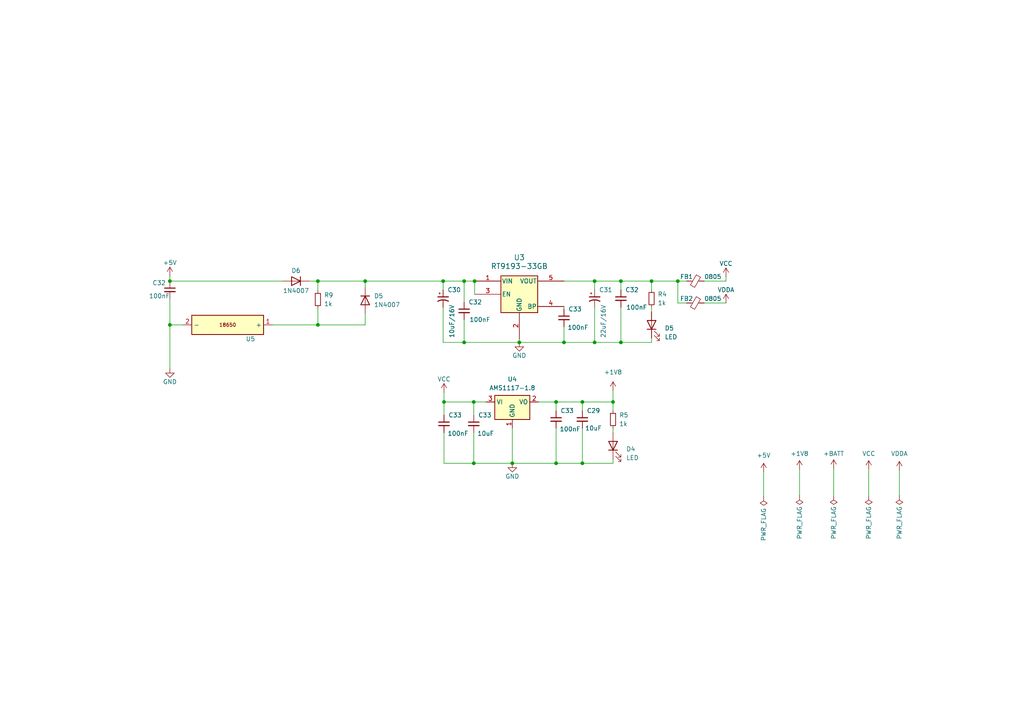
<source format=kicad_sch>
(kicad_sch (version 20230121) (generator eeschema)
  (paper "A4")
  (lib_symbols
    (symbol "BATT_CELL:BATT_HOLDER"
      (property "Reference" "U5" (at -6.604 4.064 0))
      (symbol "BATT_HOLDER_0_1"
        (rectangle (start -10.414 2.794) (end 10.414 -2.794) (stroke (width 0.254)) (fill (type background)))
      )
      (symbol "BATT_HOLDER_1_1"
        (text "18650" (at 0 0 0) (effects (font (size 1.016 1.016))))
        (pin input line (at -12.954 0 0) (length 2.54) (name "+") (number "1"))
        (pin input line (at 12.954 0 180) (length 2.54) (name "-") (number "2"))
      )
    )
    (symbol "Device:C_Polarized_Small_US" (pin_numbers hide) (pin_names (offset 0.254) hide)
      (property "Reference" "C" (at 0.254 1.778 0))
      (property "Value" "C_Polarized_Small_US" (at 0.254 -2.032 0))
      (symbol "C_Polarized_Small_US_0_1"
        (polyline (pts (xy -1.524 0.508) (xy 1.524 0.508)) (stroke (width 0.3048)))
        (polyline (pts (xy -1.27 1.524) (xy -0.762 1.524)))
        (polyline (pts (xy -1.016 1.27) (xy -1.016 1.778)))
        (arc (start 1.524 -0.762) (mid 0 -0.3734) (end -1.524 -0.762) (stroke (width 0.3048)))
      )
      (symbol "C_Polarized_Small_US_1_1"
        (pin passive line (at 0 2.54 270) (length 2.032) (name "~") (number "1"))
        (pin passive line (at 0 -2.54 90) (length 2.032) (name "~") (number "2"))
      )
    )
    (symbol "Device:C_Small" (pin_numbers hide) (pin_names (offset 0.254) hide)
      (property "Reference" "C" (at 0.254 1.778 0))
      (property "Value" "C_Small" (at 0.254 -2.032 0))
      (symbol "C_Small_0_1"
        (polyline (pts (xy -1.524 -0.508) (xy 1.524 -0.508)) (stroke (width 0.3302)))
        (polyline (pts (xy -1.524 0.508) (xy 1.524 0.508)) (stroke (width 0.3048)))
      )
      (symbol "C_Small_1_1"
        (pin passive line (at 0 2.54 270) (length 2.032) (name "~") (number "1"))
        (pin passive line (at 0 -2.54 90) (length 2.032) (name "~") (number "2"))
      )
    )
    (symbol "Device:FerriteBead_Small" (pin_numbers hide) (pin_names (offset 0))
      (property "Reference" "FB" (at 1.905 1.27 0))
      (property "Value" "FerriteBead_Small" (at 1.905 -1.27 0))
      (symbol "FerriteBead_Small_0_1"
        (polyline (pts (xy 0 -1.27) (xy 0 -0.7874)))
        (polyline (pts (xy 0 0.889) (xy 0 1.2954)))
        (polyline (pts (xy -1.8288 0.2794) (xy -1.1176 1.4986) (xy 1.8288 -0.2032) (xy 1.1176 -1.4224) (xy -1.8288 0.2794)))
      )
      (symbol "FerriteBead_Small_1_1"
        (pin passive line (at 0 2.54 270) (length 1.27) (name "~") (number "1"))
        (pin passive line (at 0 -2.54 90) (length 1.27) (name "~") (number "2"))
      )
    )
    (symbol "Device:LED" (pin_numbers hide) (pin_names (offset 1.016) hide)
      (property "Reference" "D" (at 0 2.54 0))
      (property "Value" "LED" (at 0 -2.54 0))
      (symbol "LED_0_1"
        (polyline (pts (xy -1.27 -1.27) (xy -1.27 1.27)) (stroke (width 0.254)))
        (polyline (pts (xy -1.27 0) (xy 1.27 0)))
        (polyline (pts (xy 1.27 -1.27) (xy 1.27 1.27) (xy -1.27 0) (xy 1.27 -1.27)) (stroke (width 0.254)))
        (polyline (pts (xy -3.048 -0.762) (xy -4.572 -2.286) (xy -3.81 -2.286) (xy -4.572 -2.286) (xy -4.572 -1.524)))
        (polyline (pts (xy -1.778 -0.762) (xy -3.302 -2.286) (xy -2.54 -2.286) (xy -3.302 -2.286) (xy -3.302 -1.524)))
      )
      (symbol "LED_1_1"
        (pin passive line (at -3.81 0 0) (length 2.54) (name "K") (number "1"))
        (pin passive line (at 3.81 0 180) (length 2.54) (name "A") (number "2"))
      )
    )
    (symbol "Device:R_Small" (pin_numbers hide) (pin_names (offset 0.254) hide)
      (property "Reference" "R" (at 0.762 0.508 0))
      (property "Value" "R_Small" (at 0.762 -1.016 0))
      (symbol "R_Small_0_1"
        (rectangle (start -0.762 1.778) (end 0.762 -1.778) (stroke (width 0.2032)))
      )
      (symbol "R_Small_1_1"
        (pin passive line (at 0 2.54 270) (length 0.762) (name "~") (number "1"))
        (pin passive line (at 0 -2.54 90) (length 0.762) (name "~") (number "2"))
      )
    )
    (symbol "Diode:1N4007" (pin_numbers hide) (pin_names hide)
      (property "Reference" "D" (at 0 2.54 0))
      (property "Value" "1N4007" (at 0 -2.54 0))
      (symbol "1N4007_0_1"
        (polyline (pts (xy -1.27 1.27) (xy -1.27 -1.27)) (stroke (width 0.254)))
        (polyline (pts (xy 1.27 0) (xy -1.27 0)))
        (polyline (pts (xy 1.27 1.27) (xy 1.27 -1.27) (xy -1.27 0) (xy 1.27 1.27)) (stroke (width 0.254)))
      )
      (symbol "1N4007_1_1"
        (pin passive line (at -3.81 0 0) (length 2.54) (name "K") (number "1"))
        (pin passive line (at 3.81 0 180) (length 2.54) (name "A") (number "2"))
      )
    )
    (symbol "RT9193:RT9193-33GB" (pin_names (offset 0.254))
      (property "Reference" "U" (at 0 11.684 0))
      (property "Value" "RT9193-33GB" (at 0 9.144 0))
      (symbol "RT9193-33GB_0_1"
        (pin unspecified line (at -12.954 0 0) (length 7.62) (name "EN") (number "3"))
        (pin unspecified line (at 12.954 -3.556 180) (length 7.62) (name "BP") (number "4"))
      )
      (symbol "RT9193-33GB_1_1"
        (rectangle (start -5.334 5.334) (end 5.334 -5.334) (stroke (width 0.254)) (fill (type background)))
        (pin passive line (at -12.954 3.81 0) (length 7.62) (name "VIN") (number "1"))
        (pin passive line (at 0 -12.954 90) (length 7.62) (name "GND") (number "2"))
        (pin passive line (at 12.954 3.81 180) (length 7.62) (name "VOUT") (number "5"))
      )
    )
    (symbol "Regulator_Linear:AMS1117-1.8"
      (property "Reference" "U4" (at 0 6.604 0))
      (property "Value" "AMS1117-1.8" (at 0 4.064 0))
      (symbol "AMS1117-1.8_0_1"
        (rectangle (start -5.08 1.905) (end 5.08 -5.08) (stroke (width 0.254)) (fill (type background)))
      )
      (symbol "AMS1117-1.8_1_1"
        (pin passive line (at 0 -7.62 90) (length 2.54) (name "GND") (number "1"))
        (pin passive line (at 7.62 0 180) (length 2.54) (name "VO") (number "2"))
        (pin passive line (at -7.62 0 0) (length 2.54) (name "VI") (number "3"))
      )
    )
    (symbol "power:+1V8" (power) (pin_names (offset 0))
      (property "Value" "+1V8" (at 0 3.556 0))
      (symbol "+1V8_0_1"
        (polyline (pts (xy -0.762 1.27) (xy 0 2.54)))
        (polyline (pts (xy 0 0) (xy 0 2.54)))
        (polyline (pts (xy 0 2.54) (xy 0.762 1.27)))
      )
      (symbol "+1V8_1_1"
        (pin power_in line (at 0 0 90) (length 0) hide (name "+1V8") (number "1"))
      )
    )
    (symbol "power:+5V" (power) (pin_names (offset 0))
      (property "Value" "+5V" (at 0 3.556 0))
      (symbol "+5V_0_1"
        (polyline (pts (xy -0.762 1.27) (xy 0 2.54)))
        (polyline (pts (xy 0 0) (xy 0 2.54)))
        (polyline (pts (xy 0 2.54) (xy 0.762 1.27)))
      )
      (symbol "+5V_1_1"
        (pin power_in line (at 0 0 90) (length 0) hide (name "+5V") (number "1"))
      )
    )
    (symbol "power:+BATT" (power) (pin_names (offset 0))
      (property "Value" "+BATT" (at 0 3.556 0))
      (symbol "+BATT_0_1"
        (polyline (pts (xy -0.762 1.27) (xy 0 2.54)))
        (polyline (pts (xy 0 0) (xy 0 2.54)))
        (polyline (pts (xy 0 2.54) (xy 0.762 1.27)))
      )
      (symbol "+BATT_1_1"
        (pin power_in line (at 0 0 90) (length 0) hide (name "+BATT") (number "1"))
      )
    )
    (symbol "power:GND" (power) (pin_names (offset 0))
      (property "Value" "GND" (at 0 -3.81 0))
      (symbol "GND_0_1"
        (polyline (pts (xy 0 0) (xy 0 -1.27) (xy 1.27 -1.27) (xy 0 -2.54) (xy -1.27 -1.27) (xy 0 -1.27)))
      )
      (symbol "GND_1_1"
        (pin power_in line (at 0 0 270) (length 0) hide (name "GND") (number "1"))
      )
    )
    (symbol "power:PWR_FLAG" (power) (pin_numbers hide) (pin_names (offset 0) hide)
      (property "Value" "PWR_FLAG" (at 0 3.81 0))
      (symbol "PWR_FLAG_0_0"
        (pin power_out line (at 0 0 90) (length 0) (name "pwr") (number "1"))
      )
      (symbol "PWR_FLAG_0_1"
        (polyline (pts (xy 0 0) (xy 0 1.27) (xy -1.016 1.905) (xy 0 2.54) (xy 1.016 1.905) (xy 0 1.27)))
      )
    )
    (symbol "power:VCC" (power) (pin_names (offset 0))
      (property "Value" "VCC" (at 0 3.81 0))
      (symbol "VCC_0_1"
        (polyline (pts (xy -0.762 1.27) (xy 0 2.54)))
        (polyline (pts (xy 0 0) (xy 0 2.54)))
        (polyline (pts (xy 0 2.54) (xy 0.762 1.27)))
      )
      (symbol "VCC_1_1"
        (pin power_in line (at 0 0 90) (length 0) hide (name "VCC") (number "1"))
      )
    )
    (symbol "power:VDDA" (power) (pin_names (offset 0))
      (property "Value" "VDDA" (at 0 3.81 0))
      (symbol "VDDA_0_1"
        (polyline (pts (xy -0.762 1.27) (xy 0 2.54)))
        (polyline (pts (xy 0 0) (xy 0 2.54)))
        (polyline (pts (xy 0 2.54) (xy 0.762 1.27)))
      )
      (symbol "VDDA_1_1"
        (pin power_in line (at 0 0 90) (length 0) hide (name "VDDA") (number "1"))
      )
    )
  )
  (junction (at 161.29 134.366))
  (junction (at 49.276 81.534))
  (junction (at 137.414 134.366))
  (junction (at 105.918 81.534))
  (junction (at 180.086 81.534))
  (junction (at 92.202 81.534))
  (junction (at 134.62 81.534))
  (junction (at 188.976 81.534))
  (junction (at 161.29 116.586))
  (junction (at 137.414 116.586))
  (junction (at 180.086 99.314))
  (junction (at 163.576 99.314))
  (junction (at 128.524 81.534))
  (junction (at 196.596 81.534))
  (junction (at 128.778 116.586))
  (junction (at 172.466 99.314))
  (junction (at 150.622 99.314))
  (junction (at 92.202 94.234))
  (junction (at 49.276 94.234))
  (junction (at 148.59 134.366))
  (junction (at 137.668 81.534))
  (junction (at 177.8 116.586))
  (junction (at 168.91 134.366))
  (junction (at 168.91 116.586))
  (junction (at 172.466 81.534))
  (junction (at 134.62 99.314))
  (wire (pts (xy 177.8 124.206) (xy 177.8 125.476)))
  (wire (pts (xy 163.576 99.314) (xy 172.466 99.314)))
  (wire (pts (xy 163.576 94.742) (xy 163.576 99.314)))
  (wire (pts (xy 177.8 113.284) (xy 177.8 116.586)))
  (wire (pts (xy 128.778 113.792) (xy 128.778 116.586)))
  (wire (pts (xy 134.62 99.314) (xy 128.524 99.314)))
  (wire (pts (xy 49.276 94.234) (xy 53.086 94.234)))
  (wire (pts (xy 128.524 81.534) (xy 134.62 81.534)))
  (wire (pts (xy 196.596 87.884) (xy 196.596 81.534)))
  (wire (pts (xy 177.8 133.096) (xy 177.8 134.366)))
  (wire (pts (xy 92.202 89.408) (xy 92.202 94.234)))
  (wire (pts (xy 105.918 83.312) (xy 105.918 81.534)))
  (wire (pts (xy 188.976 81.534) (xy 180.086 81.534)))
  (wire (pts (xy 161.29 124.206) (xy 161.29 134.366)))
  (wire (pts (xy 241.808 135.89) (xy 241.808 143.764)))
  (wire (pts (xy 260.858 136.398) (xy 260.858 143.764)))
  (wire (pts (xy 199.136 87.884) (xy 196.596 87.884)))
  (wire (pts (xy 137.414 116.586) (xy 137.414 120.396)))
  (wire (pts (xy 172.466 84.074) (xy 172.466 81.534)))
  (wire (pts (xy 148.59 124.206) (xy 148.59 134.366)))
  (wire (pts (xy 168.91 116.586) (xy 168.91 119.126)))
  (wire (pts (xy 177.8 134.366) (xy 168.91 134.366)))
  (wire (pts (xy 134.62 81.534) (xy 137.668 81.534)))
  (wire (pts (xy 105.918 81.534) (xy 128.524 81.534)))
  (wire (pts (xy 137.414 134.366) (xy 128.778 134.366)))
  (wire (pts (xy 204.216 81.534) (xy 210.566 81.534)))
  (wire (pts (xy 168.91 124.206) (xy 168.91 134.366)))
  (wire (pts (xy 180.086 89.154) (xy 180.086 99.314)))
  (wire (pts (xy 156.21 116.586) (xy 161.29 116.586)))
  (wire (pts (xy 105.918 94.234) (xy 105.918 90.932)))
  (wire (pts (xy 161.29 134.366) (xy 148.59 134.366)))
  (wire (pts (xy 221.488 136.906) (xy 221.488 144.018)))
  (wire (pts (xy 161.29 116.586) (xy 168.91 116.586)))
  (wire (pts (xy 251.968 136.144) (xy 251.968 143.764)))
  (wire (pts (xy 137.668 81.534) (xy 137.668 85.344)))
  (wire (pts (xy 49.276 80.01) (xy 49.276 81.534)))
  (wire (pts (xy 161.29 116.586) (xy 161.29 119.126)))
  (wire (pts (xy 177.8 116.586) (xy 168.91 116.586)))
  (wire (pts (xy 92.202 81.534) (xy 92.202 84.328)))
  (wire (pts (xy 92.202 94.234) (xy 105.918 94.234)))
  (wire (pts (xy 128.778 116.586) (xy 137.414 116.586)))
  (wire (pts (xy 231.902 136.144) (xy 231.902 143.764)))
  (wire (pts (xy 188.976 81.534) (xy 196.596 81.534)))
  (wire (pts (xy 177.8 116.586) (xy 177.8 119.126)))
  (wire (pts (xy 188.976 99.314) (xy 180.086 99.314)))
  (wire (pts (xy 188.976 89.154) (xy 188.976 90.424)))
  (wire (pts (xy 134.62 99.314) (xy 150.622 99.314)))
  (wire (pts (xy 134.62 92.71) (xy 134.62 99.314)))
  (wire (pts (xy 148.59 134.366) (xy 137.414 134.366)))
  (wire (pts (xy 172.466 81.534) (xy 180.086 81.534)))
  (wire (pts (xy 210.566 81.534) (xy 210.566 80.264)))
  (wire (pts (xy 163.576 81.534) (xy 172.466 81.534)))
  (wire (pts (xy 134.62 81.534) (xy 134.62 87.63)))
  (wire (pts (xy 188.976 98.044) (xy 188.976 99.314)))
  (wire (pts (xy 150.622 98.298) (xy 150.622 99.314)))
  (wire (pts (xy 78.994 94.234) (xy 92.202 94.234)))
  (wire (pts (xy 49.276 86.614) (xy 49.276 94.234)))
  (wire (pts (xy 49.276 81.534) (xy 82.042 81.534)))
  (wire (pts (xy 137.414 125.476) (xy 137.414 134.366)))
  (wire (pts (xy 204.216 87.884) (xy 210.566 87.884)))
  (wire (pts (xy 172.466 89.154) (xy 172.466 99.314)))
  (wire (pts (xy 128.778 116.586) (xy 128.778 120.396)))
  (wire (pts (xy 128.524 99.314) (xy 128.524 89.154)))
  (wire (pts (xy 163.576 89.662) (xy 163.576 88.9)))
  (wire (pts (xy 128.524 84.074) (xy 128.524 81.534)))
  (wire (pts (xy 168.91 134.366) (xy 161.29 134.366)))
  (wire (pts (xy 105.918 81.534) (xy 92.202 81.534)))
  (wire (pts (xy 89.662 81.534) (xy 92.202 81.534)))
  (wire (pts (xy 128.778 134.366) (xy 128.778 125.476)))
  (wire (pts (xy 49.276 94.234) (xy 49.276 106.934)))
  (wire (pts (xy 150.622 99.314) (xy 163.576 99.314)))
  (wire (pts (xy 196.596 81.534) (xy 199.136 81.534)))
  (wire (pts (xy 137.414 116.586) (xy 140.97 116.586)))
  (wire (pts (xy 180.086 84.074) (xy 180.086 81.534)))
  (wire (pts (xy 180.086 99.314) (xy 172.466 99.314)))
  (wire (pts (xy 188.976 81.534) (xy 188.976 84.074)))
  (symbol (lib_id "power:+5V") (at 49.276 80.01 0) (unit 1)
    (property "Reference" "#PWR036" (effects hide))
    (property "Value" "+5V" (at 49.276 76.2 0))
    (instances (project "test-kit" (path "" (reference "#PWR036") (unit 1))) (project "project233" (path "" (reference "#PWR015") (unit 1))) (project "Project232" (path "" (reference "#PWR01") (unit 1))))
  )
  (symbol (lib_id "power:PWR_FLAG") (at 221.488 144.018 180) (unit 1)
    (property "Reference" "#FLG01" (effects hide))
    (property "Value" "PWR_FLAG" (at 221.488 152.146 90))
    (instances (project "Power.kicad_sch" (path "" (reference "#FLG01") (unit 1))) (project "project233" (path "" (reference "#FLG06") (unit 1))) (project "Project232" (path "" (reference "#FLG01") (unit 1))))
  )
  (symbol (lib_id "power:+BATT") (at 241.808 135.89 0) (unit 1)
    (property "Reference" "#PWR051" (effects hide))
    (property "Value" "+BATT" (at 241.808 131.572 0))
    (instances (project "Power.kicad_sch" (path "" (reference "#PWR051") (unit 1))) (project "project233" (path "" (reference "#PWR039") (unit 1))) (project "Project232" (path "" (reference "#PWR051") (unit 1))))
  )
  (symbol (lib_id "power:PWR_FLAG") (at 251.968 143.764 180) (unit 1)
    (property "Reference" "#FLG04" (effects hide))
    (property "Value" "PWR_FLAG" (at 251.968 151.638 90))
  )
  (symbol (lib_id "power:+1V8") (at 177.8 113.284 0) (unit 1)
    (property "Reference" "#PWR021" (effects hide))
    (property "Value" "+1V8" (at 177.8 107.95 0))
  )
  (symbol (lib_id "BATT_CELL:BATT_HOLDER") (at 66.04 94.234 180) (unit 1)
    (property "Reference" "U5" (at 72.644 98.298 0))
    (property "Value" "Batt_Holder" (effects hide))
    (property "Footprint" "18650_Holder_SMD:Holder_18650_SMD" (effects hide))
  )
  (symbol (lib_id "Device:C_Small") (at 137.414 122.936 0) (unit 1)
    (property "Reference" "C33" (at 138.684 120.396 0) (effects (justify left)))
    (property "Value" "10uF" (at 138.43 125.73 0) (effects (justify left)))
    (property "Footprint" "Capacitor_SMD:C_0805_2012Metric" (effects hide))
    (instances (project "test-kit" (path "" (reference "C33") (unit 1))) (project "project233" (path "" (reference "C27") (unit 1))) (project "Project232" (path "" (reference "C13") (unit 1))))
  )
  (symbol (lib_id "Device:C_Small") (at 168.91 121.666 0) (unit 1)
    (property "Reference" "C29" (at 170.18 119.126 0) (effects (justify left)))
    (property "Value" "10uF" (at 169.672 124.206 0) (effects (justify left)))
    (property "Footprint" "Capacitor_SMD:C_0805_2012Metric" (effects hide))
    (instances (project "test-kit" (path "" (reference "C29") (unit 1))) (project "power-supply" (path "" (reference "C29") (unit 1))) (project "project233" (path "" (reference "C18") (unit 1))) (project "Project232" (path "" (reference "C29") (unit 1))))
  )
  (symbol (lib_id "power:VDDA") (at 210.566 87.884 0) (unit 1)
    (property "Reference" "#PWR072" (effects hide))
    (property "Value" "VDDA" (at 210.566 84.074 0))
    (instances (project "test-kit" (path "" (reference "#PWR072") (unit 1)) (path "" (reference "#PWR093") (unit 1))) (project "project233" (path "" (reference "#PWR018") (unit 1))) (project "Project232" (path "" (reference "#PWR046") (unit 1))))
  )
  (symbol (lib_id "Device:C_Small") (at 128.778 122.936 0) (unit 1)
    (property "Reference" "C33" (at 130.048 120.396 0) (effects (justify left)))
    (property "Value" "100nF" (at 129.794 125.73 0) (effects (justify left)))
    (property "Footprint" "Capacitor_SMD:C_0805_2012Metric" (effects hide))
    (instances (project "test-kit" (path "" (reference "C33") (unit 1))) (project "project233" (path "" (reference "C16") (unit 1))) (project "Project232" (path "" (reference "C13") (unit 1))))
  )
  (symbol (lib_id "Device:C_Small") (at 180.086 86.614 0) (unit 1)
    (property "Reference" "C32" (at 181.356 84.074 0) (effects (justify left)))
    (property "Value" "100nF" (at 181.61 89.154 0) (effects (justify left)))
    (property "Footprint" "Capacitor_SMD:C_0805_2012Metric" (effects hide))
    (instances (project "test-kit" (path "" (reference "C32") (unit 1))) (project "project233" (path "" (reference "C15") (unit 1))) (project "Project232" (path "" (reference "C15") (unit 1))))
  )
  (symbol (lib_id "power:VCC") (at 210.566 80.264 0) (unit 1)
    (property "Reference" "#PWR037" (effects hide))
    (property "Value" "VCC" (at 210.566 76.454 0))
    (instances (project "test-kit" (path "" (reference "#PWR037") (unit 1))) (project "project233" (path "" (reference "#PWR017") (unit 1))) (project "Project232" (path "" (reference "#PWR08") (unit 1))))
  )
  (symbol (lib_id "Diode:1N4007") (at 105.918 87.122 270) (unit 1)
    (property "Reference" "D5" (at 108.458 85.852 90) (effects (justify left)))
    (property "Value" "1N4007" (at 108.458 88.392 90) (effects (justify left)))
    (property "Footprint" "Diode_SMD:D_SOD-123F" (effects hide))
    (property "Datasheet" "http://www.vishay.com/docs/88503/1n4001.pdf" (effects hide))
    (property "Sim.Device" "D" (effects hide))
    (property "Sim.Pins" "1=K 2=A" (effects hide))
  )
  (symbol (lib_id "Diode:1N4007") (at 85.852 81.534 180) (unit 1)
    (property "Reference" "D6" (at 85.852 78.486 0))
    (property "Value" "1N4007" (at 85.852 84.328 0))
    (property "Footprint" "Diode_SMD:D_SOD-123F" (effects hide))
    (property "Datasheet" "http://www.vishay.com/docs/88503/1n4001.pdf" (effects hide))
    (property "Sim.Device" "D" (effects hide))
    (property "Sim.Pins" "1=K 2=A" (effects hide))
  )
  (symbol (lib_id "power:PWR_FLAG") (at 241.808 143.764 180) (unit 1)
    (property "Reference" "#FLG03" (effects hide))
    (property "Value" "PWR_FLAG" (at 241.808 151.638 90))
  )
  (symbol (lib_id "power:GND") (at 150.622 99.314 0) (unit 1)
    (property "Reference" "#PWR039" (effects hide))
    (property "Value" "GND" (at 150.622 103.124 0))
    (instances (project "test-kit" (path "" (reference "#PWR039") (unit 1))) (project "project233" (path "" (reference "#PWR016") (unit 1))) (project "Project232" (path "" (reference "#PWR07") (unit 1))))
  )
  (symbol (lib_id "RT9193:RT9193-33GB") (at 150.622 85.344 0) (unit 1)
    (property "Reference" "U3" (at 150.622 74.676 0) (effects (font (size 1.524 1.524))))
    (property "Value" "RT9193-33GB" (at 150.622 77.216 0) (effects (font (size 1.524 1.524))))
    (property "Footprint" "Package_TO_SOT_SMD:SOT-23-5" (effects hide))
    (property "Datasheet" "RT9193-33GB" (effects hide))
  )
  (symbol (lib_id "Device:LED") (at 177.8 129.286 90) (unit 1)
    (property "Reference" "D4" (at 181.61 130.2385 90) (effects (justify right)))
    (property "Value" "LED" (at 181.61 132.7785 90) (effects (justify right)))
    (property "Footprint" "LED_SMD:LED_0805_2012Metric" (effects hide))
  )
  (symbol (lib_id "Device:FerriteBead_Small") (at 201.676 81.534 270) (unit 1)
    (property "Reference" "FB1" (at 199.136 80.264 90))
    (property "Value" "0805" (at 206.756 80.264 90))
    (property "Footprint" "Capacitor_SMD:C_0805_2012Metric" (effects hide))
  )
  (symbol (lib_id "power:GND") (at 148.59 134.366 0) (unit 1)
    (property "Reference" "#PWR038" (effects hide))
    (property "Value" "GND" (at 148.59 138.176 0))
    (instances (project "test-kit" (path "" (reference "#PWR038") (unit 1))) (project "power-supply" (path "" (reference "#PWR038") (unit 1))) (project "project233" (path "" (reference "#PWR020") (unit 1))) (project "Project232" (path "" (reference "#PWR042") (unit 1))))
  )
  (symbol (lib_id "power:+1V8") (at 231.902 136.144 0) (unit 1)
    (property "Reference" "#PWR038" (effects hide))
    (property "Value" "+1V8" (at 231.902 131.572 0))
  )
  (symbol (lib_id "Device:C_Small") (at 161.29 121.666 0) (unit 1)
    (property "Reference" "C33" (at 162.56 119.126 0) (effects (justify left)))
    (property "Value" "100nF" (at 162.306 124.46 0) (effects (justify left)))
    (property "Footprint" "Capacitor_SMD:C_0805_2012Metric" (effects hide))
    (instances (project "test-kit" (path "" (reference "C33") (unit 1))) (project "project233" (path "" (reference "C17") (unit 1))) (project "Project232" (path "" (reference "C13") (unit 1))))
  )
  (symbol (lib_id "Device:C_Small") (at 163.576 92.202 0) (unit 1)
    (property "Reference" "C33" (at 164.846 89.662 0) (effects (justify left)))
    (property "Value" "100nF" (at 164.592 94.996 0) (effects (justify left)))
    (property "Footprint" "Capacitor_SMD:C_0805_2012Metric" (effects hide))
    (instances (project "test-kit" (path "" (reference "C33") (unit 1))) (project "project233" (path "" (reference "C13") (unit 1))) (project "Project232" (path "" (reference "C13") (unit 1))))
  )
  (symbol (lib_id "Regulator_Linear:AMS1117-1.8") (at 148.59 116.586 0) (unit 1)
    (property "Reference" "U4" (at 148.59 109.982 0))
    (property "Value" "AMS1117-1.8" (at 148.59 112.522 0))
    (property "Footprint" "Package_TO_SOT_SMD:SOT-223-3_TabPin2" (effects hide))
    (property "Datasheet" "http://www.advanced-monolithic.com/pdf/ds1117.pdf" (effects hide))
  )
  (symbol (lib_id "Device:LED") (at 188.976 94.234 90) (unit 1)
    (property "Reference" "D5" (at 192.786 95.1865 90) (effects (justify right)))
    (property "Value" "LED" (at 192.786 97.7265 90) (effects (justify right)))
    (property "Footprint" "LED_SMD:LED_0805_2012Metric" (effects hide))
    (instances (project "test-kit" (path "" (reference "D5") (unit 1))) (project "project233" (path "" (reference "D3") (unit 1))) (project "Project232" (path "" (reference "D5") (unit 1))))
  )
  (symbol (lib_id "Device:C_Small") (at 134.62 90.17 0) (unit 1)
    (property "Reference" "C32" (at 135.89 87.63 0) (effects (justify left)))
    (property "Value" "100nF" (at 136.144 92.71 0) (effects (justify left)))
    (property "Footprint" "Capacitor_SMD:C_0805_2012Metric" (effects hide))
    (instances (project "test-kit" (path "" (reference "C32") (unit 1))) (project "project233" (path "" (reference "C28") (unit 1))) (project "Project232" (path "" (reference "C15") (unit 1))))
  )
  (symbol (lib_id "Device:R_Small") (at 92.202 86.868 0) (unit 1)
    (property "Reference" "R9" (at 93.98 85.598 0) (effects (justify left)))
    (property "Value" "1k" (at 93.98 88.138 0) (effects (justify left)))
    (property "Footprint" "Resistor_SMD:R_0603_1608Metric" (effects hide))
    (instances (project "project233" (path "" (reference "R9") (unit 1))) (project "Project232" (path "" (reference "R7") (unit 1)) (path "" (reference "R16") (unit 1))) (project "Sens" (path "" (reference "R7") (unit 1))))
  )
  (symbol (lib_id "Device:R_Small") (at 177.8 121.666 0) (unit 1)
    (property "Reference" "R5" (at 179.578 120.396 0) (effects (justify left)))
    (property "Value" "1k" (at 179.578 122.936 0) (effects (justify left)))
    (property "Footprint" "Resistor_SMD:R_0603_1608Metric" (effects hide))
    (instances (project "project233" (path "" (reference "R5") (unit 1))) (project "Project232" (path "" (reference "R7") (unit 1)) (path "" (reference "R16") (unit 1))) (project "Sens" (path "" (reference "R7") (unit 1))))
  )
  (symbol (lib_id "power:GND") (at 49.276 106.934 0) (unit 1)
    (property "Reference" "#PWR039" (effects hide))
    (property "Value" "GND" (at 49.276 110.744 0))
    (instances (project "test-kit" (path "" (reference "#PWR039") (unit 1))) (project "project233" (path "" (reference "#PWR026") (unit 1))) (project "Project232" (path "" (reference "#PWR07") (unit 1))))
  )
  (symbol (lib_id "Device:C_Polarized_Small_US") (at 172.466 86.614 0) (unit 1)
    (property "Reference" "C31" (at 173.736 84.074 0) (effects (justify left)))
    (property "Value" "22uF/16V" (at 175.006 98.044 90) (effects (justify left)))
    (property "Footprint" "Capacitor_SMD:C_0805_2012Metric" (effects hide))
    (instances (project "test-kit" (path "" (reference "C31") (unit 1))) (project "project233" (path "" (reference "C14") (unit 1))) (project "Project232" (path "" (reference "C14") (unit 1))))
  )
  (symbol (lib_id "power:VCC") (at 128.778 113.792 0) (unit 1)
    (property "Reference" "#PWR037" (effects hide))
    (property "Value" "VCC" (at 128.778 109.982 0))
    (instances (project "test-kit" (path "" (reference "#PWR037") (unit 1))) (project "project233" (path "" (reference "#PWR042") (unit 1))) (project "Project232" (path "" (reference "#PWR08") (unit 1))))
  )
  (symbol (lib_id "Device:FerriteBead_Small") (at 201.676 87.884 270) (unit 1)
    (property "Reference" "FB2" (at 199.136 86.614 90))
    (property "Value" "0805" (at 206.756 86.614 90))
    (property "Footprint" "Capacitor_SMD:C_0805_2012Metric" (effects hide))
  )
  (symbol (lib_id "power:PWR_FLAG") (at 260.858 143.764 180) (unit 1)
    (property "Reference" "#FLG05" (effects hide))
    (property "Value" "PWR_FLAG" (at 260.858 151.638 90))
  )
  (symbol (lib_id "Device:C_Polarized_Small_US") (at 128.524 86.614 0) (unit 1)
    (property "Reference" "C30" (at 129.794 84.074 0) (effects (justify left)))
    (property "Value" "10uF/16V" (at 131.064 98.044 90) (effects (justify left)))
    (property "Footprint" "Capacitor_SMD:C_0805_2012Metric" (effects hide))
    (instances (project "test-kit" (path "" (reference "C30") (unit 1))) (project "project233" (path "" (reference "C12") (unit 1))) (project "Project232" (path "" (reference "C11") (unit 1))))
  )
  (symbol (lib_id "power:VDDA") (at 260.858 136.398 0) (unit 1)
    (property "Reference" "#PWR053" (effects hide))
    (property "Value" "VDDA" (at 260.858 131.572 0))
    (instances (project "Power.kicad_sch" (path "" (reference "#PWR053") (unit 1))) (project "project233" (path "" (reference "#PWR041") (unit 1))) (project "Project232" (path "" (reference "#PWR053") (unit 1))))
  )
  (symbol (lib_id "power:VCC") (at 251.968 136.144 0) (unit 1)
    (property "Reference" "#PWR052" (effects hide))
    (property "Value" "VCC" (at 251.968 131.572 0))
    (instances (project "Power.kicad_sch" (path "" (reference "#PWR052") (unit 1))) (project "project233" (path "" (reference "#PWR040") (unit 1))) (project "Project232" (path "" (reference "#PWR052") (unit 1))))
  )
  (symbol (lib_id "Device:R_Small") (at 188.976 86.614 0) (unit 1)
    (property "Reference" "R4" (at 190.754 85.344 0) (effects (justify left)))
    (property "Value" "1k" (at 190.754 87.884 0) (effects (justify left)))
    (property "Footprint" "Resistor_SMD:R_0603_1608Metric" (effects hide))
    (instances (project "project233" (path "" (reference "R4") (unit 1))) (project "Project232" (path "" (reference "R7") (unit 1)) (path "" (reference "R17") (unit 1))) (project "Sens" (path "" (reference "R7") (unit 1))))
  )
  (symbol (lib_id "Device:C_Small") (at 49.276 84.074 0) (unit 1)
    (property "Reference" "C32" (at 44.196 82.042 0) (effects (justify left)))
    (property "Value" "100nF" (at 43.18 85.852 0) (effects (justify left)))
    (property "Footprint" "Capacitor_SMD:C_0805_2012Metric" (effects hide))
    (instances (project "test-kit" (path "" (reference "C32") (unit 1))) (project "project233" (path "" (reference "C21") (unit 1))) (project "Project232" (path "" (reference "C15") (unit 1))))
  )
  (symbol (lib_id "power:+5V") (at 221.488 136.906 0) (unit 1)
    (property "Reference" "#PWR049" (effects hide))
    (property "Value" "+5V" (at 221.488 132.08 0))
    (instances (project "Power.kicad_sch" (path "" (reference "#PWR049") (unit 1))) (project "project233" (path "" (reference "#PWR045") (unit 1))) (project "Project232" (path "" (reference "#PWR049") (unit 1))))
  )
  (symbol (lib_id "power:PWR_FLAG") (at 231.902 143.764 180) (unit 1)
    (property "Reference" "#FLG02" (effects hide))
    (property "Value" "PWR_FLAG" (at 231.902 151.638 90))
  )
)
</source>
